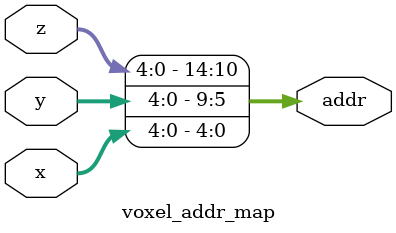
<source format=sv>
`timescale 1ns/1ps
`default_nettype none

module voxel_addr_map #(
  parameter int X_BITS = 5,
  parameter int Y_BITS = 5,
  parameter int Z_BITS = 5,
  parameter bit MAP_ZYX = 1'b1
)(
  input  logic [X_BITS-1:0] x,
  input  logic [Y_BITS-1:0] y,
  input  logic [Z_BITS-1:0] z,
  output logic [X_BITS+Y_BITS+Z_BITS-1:0] addr
);

  localparam int ADDR_BITS = X_BITS + Y_BITS + Z_BITS;

  initial begin
    if (X_BITS < 1 || X_BITS > 16) $error("voxel_addr_map: X_BITS=%0d out of range [1:16]", X_BITS);
    if (Y_BITS < 1 || Y_BITS > 16) $error("voxel_addr_map: Y_BITS=%0d out of range [1:16]", Y_BITS);
    if (Z_BITS < 1 || Z_BITS > 16) $error("voxel_addr_map: Z_BITS=%0d out of range [1:16]", Z_BITS);
    if (ADDR_BITS > 32)            $error("voxel_addr_map: ADDR_BITS=%0d exceeds 32", ADDR_BITS);
  end

  always_comb begin
    if (MAP_ZYX) addr = {z, y, x};  // default: (z<<10)|(y<<5)|x for 5/5/5
    else         addr = {x, y, z};
  end

endmodule

`default_nettype wire

</source>
